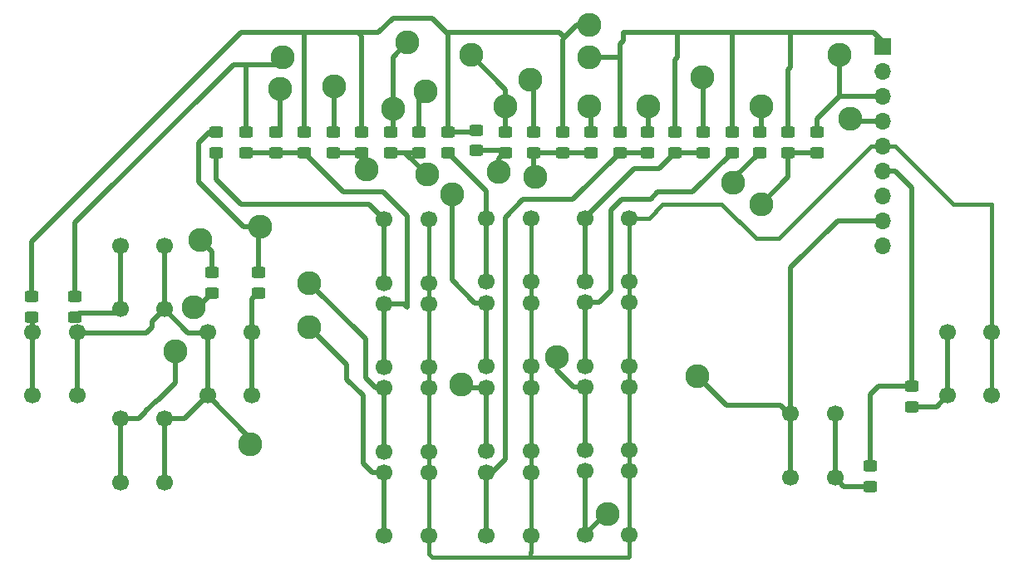
<source format=gtl>
G04 #@! TF.GenerationSoftware,KiCad,Pcbnew,8.0.3*
G04 #@! TF.CreationDate,2024-07-30T16:09:55+10:00*
G04 #@! TF.ProjectId,colecovision_controller,636f6c65-636f-4766-9973-696f6e5f636f,rev?*
G04 #@! TF.SameCoordinates,Original*
G04 #@! TF.FileFunction,Copper,L1,Top*
G04 #@! TF.FilePolarity,Positive*
%FSLAX46Y46*%
G04 Gerber Fmt 4.6, Leading zero omitted, Abs format (unit mm)*
G04 Created by KiCad (PCBNEW 8.0.3) date 2024-07-30 16:09:55*
%MOMM*%
%LPD*%
G01*
G04 APERTURE LIST*
G04 Aperture macros list*
%AMRoundRect*
0 Rectangle with rounded corners*
0 $1 Rounding radius*
0 $2 $3 $4 $5 $6 $7 $8 $9 X,Y pos of 4 corners*
0 Add a 4 corners polygon primitive as box body*
4,1,4,$2,$3,$4,$5,$6,$7,$8,$9,$2,$3,0*
0 Add four circle primitives for the rounded corners*
1,1,$1+$1,$2,$3*
1,1,$1+$1,$4,$5*
1,1,$1+$1,$6,$7*
1,1,$1+$1,$8,$9*
0 Add four rect primitives between the rounded corners*
20,1,$1+$1,$2,$3,$4,$5,0*
20,1,$1+$1,$4,$5,$6,$7,0*
20,1,$1+$1,$6,$7,$8,$9,0*
20,1,$1+$1,$8,$9,$2,$3,0*%
G04 Aperture macros list end*
G04 #@! TA.AperFunction,SMDPad,CuDef*
%ADD10RoundRect,0.250000X0.450000X-0.325000X0.450000X0.325000X-0.450000X0.325000X-0.450000X-0.325000X0*%
G04 #@! TD*
G04 #@! TA.AperFunction,ComponentPad*
%ADD11C,1.700000*%
G04 #@! TD*
G04 #@! TA.AperFunction,ComponentPad*
%ADD12R,1.700000X1.700000*%
G04 #@! TD*
G04 #@! TA.AperFunction,ComponentPad*
%ADD13O,1.700000X1.700000*%
G04 #@! TD*
G04 #@! TA.AperFunction,ViaPad*
%ADD14C,2.438400*%
G04 #@! TD*
G04 #@! TA.AperFunction,Conductor*
%ADD15C,0.533400*%
G04 #@! TD*
G04 #@! TA.AperFunction,Conductor*
%ADD16C,0.381000*%
G04 #@! TD*
G04 APERTURE END LIST*
D10*
X115189000Y-101200000D03*
X115189000Y-99150000D03*
X146177000Y-86877000D03*
X146177000Y-84827000D03*
X134493000Y-86877000D03*
X134493000Y-84827000D03*
X157607000Y-86877000D03*
X157607000Y-84827000D03*
X181737000Y-112785000D03*
X181737000Y-110735000D03*
X96520000Y-103641000D03*
X96520000Y-101591000D03*
X149098000Y-86877000D03*
X149098000Y-84827000D03*
X143256000Y-86877000D03*
X143256000Y-84827000D03*
X137384000Y-86700000D03*
X137384000Y-84650000D03*
X163449000Y-86877000D03*
X163449000Y-84827000D03*
X166243000Y-86877000D03*
X166243000Y-84827000D03*
X154813000Y-86877000D03*
X154813000Y-84827000D03*
X160528000Y-86877000D03*
X160528000Y-84827000D03*
X119888000Y-86877000D03*
X119888000Y-84827000D03*
X125730000Y-86877000D03*
X125730000Y-84827000D03*
X122809000Y-86877000D03*
X122809000Y-84827000D03*
X128651000Y-86877000D03*
X128651000Y-84827000D03*
X116967000Y-86877000D03*
X116967000Y-84827000D03*
X110871000Y-86877000D03*
X110871000Y-84827000D03*
X177546000Y-120913000D03*
X177546000Y-118863000D03*
X152019000Y-86877000D03*
X152019000Y-84827000D03*
X92075000Y-101591000D03*
X92075000Y-103641000D03*
X172085000Y-86877000D03*
X172085000Y-84827000D03*
X131572000Y-86877000D03*
X131572000Y-84827000D03*
X140335000Y-86877000D03*
X140335000Y-84827000D03*
X110490000Y-101200000D03*
X110490000Y-99150000D03*
D11*
X169418000Y-120015000D03*
X169418000Y-113515000D03*
X173918000Y-120015000D03*
X173918000Y-113515000D03*
X189865000Y-105172000D03*
X189865000Y-111672000D03*
X185365000Y-105172000D03*
X185365000Y-111672000D03*
X101128000Y-120523000D03*
X101128000Y-114023000D03*
X105628000Y-120523000D03*
X105628000Y-114023000D03*
X101128000Y-102870000D03*
X101128000Y-96370000D03*
X105628000Y-102870000D03*
X105628000Y-96370000D03*
X148463000Y-100076000D03*
X148463000Y-93576000D03*
X152963000Y-100076000D03*
X152963000Y-93576000D03*
X148463000Y-117263332D03*
X148463000Y-110763332D03*
X152963000Y-117263332D03*
X152963000Y-110763332D03*
X148463000Y-125857000D03*
X148463000Y-119357000D03*
X152963000Y-125857000D03*
X152963000Y-119357000D03*
X138430000Y-125984000D03*
X138430000Y-119484000D03*
X142930000Y-125984000D03*
X142930000Y-119484000D03*
X128016000Y-108796666D03*
X128016000Y-102296666D03*
X132516000Y-108796666D03*
X132516000Y-102296666D03*
X128016000Y-100203000D03*
X128016000Y-93703000D03*
X132516000Y-100203000D03*
X132516000Y-93703000D03*
X128016000Y-117390332D03*
X128016000Y-110890332D03*
X132516000Y-117390332D03*
X132516000Y-110890332D03*
X148463000Y-108669666D03*
X148463000Y-102169666D03*
X152963000Y-108669666D03*
X152963000Y-102169666D03*
X138430000Y-117348000D03*
X138430000Y-110848000D03*
X142930000Y-117348000D03*
X142930000Y-110848000D03*
D10*
X169164000Y-86877000D03*
X169164000Y-84827000D03*
D12*
X178816000Y-76073000D03*
D13*
X178816000Y-78613000D03*
X178816000Y-81153000D03*
X178816000Y-83693000D03*
X178816000Y-86233000D03*
X178816000Y-88773000D03*
X178816000Y-91313000D03*
X178816000Y-93853000D03*
X178816000Y-96393000D03*
D11*
X92202000Y-111672000D03*
X92202000Y-105172000D03*
X96702000Y-111672000D03*
X96702000Y-105172000D03*
X138430000Y-100076000D03*
X138430000Y-93576000D03*
X142930000Y-100076000D03*
X142930000Y-93576000D03*
X138430000Y-108712000D03*
X138430000Y-102212000D03*
X142930000Y-108712000D03*
X142930000Y-102212000D03*
X128016000Y-125984000D03*
X128016000Y-119484000D03*
X132516000Y-125984000D03*
X132516000Y-119484000D03*
X114554000Y-105172000D03*
X114554000Y-111672000D03*
X110054000Y-105172000D03*
X110054000Y-111672000D03*
D10*
X113919000Y-86877000D03*
X113919000Y-84827000D03*
D14*
X136884000Y-76952300D03*
X130384000Y-75675000D03*
X140384000Y-82175000D03*
X148884000Y-82175000D03*
X148884000Y-73894950D03*
X174384000Y-76948300D03*
X120384000Y-100175000D03*
X126193031Y-88580901D03*
X132365072Y-89159857D03*
X120384000Y-104675000D03*
X134884000Y-91175000D03*
X139694966Y-88864034D03*
X128884000Y-82448300D03*
X117367366Y-80391306D03*
X166384000Y-92175000D03*
X145609686Y-107722322D03*
X163563031Y-89977901D03*
X150765900Y-123774316D03*
X154884000Y-82175000D03*
X166384000Y-82175000D03*
X135884000Y-110521132D03*
X143384000Y-89398600D03*
X109276534Y-95782466D03*
X160384000Y-79175000D03*
X142884000Y-79448300D03*
X132219700Y-80675000D03*
X175491466Y-83426300D03*
X148884000Y-77175000D03*
X117614700Y-77175000D03*
X159884000Y-109675000D03*
X114384000Y-116675000D03*
X108621118Y-102648186D03*
X106705725Y-107119213D03*
X122884000Y-80175000D03*
X115384000Y-94448300D03*
D15*
X169224000Y-113515000D02*
X169418000Y-113515000D01*
X168384000Y-112675000D02*
X169224000Y-113515000D01*
X159884000Y-109675000D02*
X162884000Y-112675000D01*
X162884000Y-112675000D02*
X168384000Y-112675000D01*
X92075000Y-101591000D02*
X92075000Y-95984000D01*
X92075000Y-95984000D02*
X113380000Y-74679000D01*
X113380000Y-74679000D02*
X119888000Y-74679000D01*
X96520000Y-94039000D02*
X96520000Y-101591000D01*
X112657300Y-77901700D02*
X96520000Y-94039000D01*
X113884000Y-77901700D02*
X112657300Y-77901700D01*
X104940100Y-112118900D02*
X106705725Y-110353275D01*
X104839295Y-112118900D02*
X104940100Y-112118900D01*
X106705725Y-110353275D02*
X106705725Y-107119213D01*
X103723900Y-113234295D02*
X104839295Y-112118900D01*
X103723900Y-113335100D02*
X103723900Y-113234295D01*
X101128000Y-114023000D02*
X103036000Y-114023000D01*
X103036000Y-114023000D02*
X103723900Y-113335100D01*
X124205700Y-108496700D02*
X120384000Y-104675000D01*
X125884000Y-111675000D02*
X124205700Y-109996700D01*
X125884000Y-118554081D02*
X125884000Y-111675000D01*
X126813919Y-119484000D02*
X125884000Y-118554081D01*
X124205700Y-109996700D02*
X124205700Y-108496700D01*
X128016000Y-119484000D02*
X126813919Y-119484000D01*
X115189000Y-99150000D02*
X115189000Y-94643300D01*
X115189000Y-94643300D02*
X115384000Y-94448300D01*
X110171000Y-84827000D02*
X110871000Y-84827000D01*
X113919000Y-84827000D02*
X113919000Y-77936700D01*
X116888000Y-77901700D02*
X113884000Y-77901700D01*
X113919000Y-77936700D02*
X113884000Y-77901700D01*
X117614700Y-77175000D02*
X116888000Y-77901700D01*
X136884000Y-76952300D02*
X140384000Y-80452300D01*
X140384000Y-80452300D02*
X140384000Y-82175000D01*
X128884000Y-77175000D02*
X130384000Y-75675000D01*
X128884000Y-82448300D02*
X128884000Y-77175000D01*
X132880000Y-73175000D02*
X134493000Y-74788000D01*
X128884000Y-73175000D02*
X132880000Y-73175000D01*
X125384000Y-74679000D02*
X127380000Y-74679000D01*
X127380000Y-74679000D02*
X128884000Y-73175000D01*
X131572000Y-81322700D02*
X131572000Y-84827000D01*
X132219700Y-80675000D02*
X131572000Y-81322700D01*
X140384000Y-82175000D02*
X140384000Y-84778000D01*
X140384000Y-84778000D02*
X140335000Y-84827000D01*
X155977900Y-88506100D02*
X157607000Y-86877000D01*
X148463000Y-93515302D02*
X153472202Y-88506100D01*
X153472202Y-88506100D02*
X155977900Y-88506100D01*
X148463000Y-93576000D02*
X148463000Y-93515302D01*
X151058900Y-101000100D02*
X149889334Y-102169666D01*
X149889334Y-102169666D02*
X148463000Y-102169666D01*
X151058900Y-92787295D02*
X151058900Y-101000100D01*
X155126970Y-91671900D02*
X152174295Y-91671900D01*
X155868470Y-90930400D02*
X155126970Y-91671900D01*
X159395600Y-90930400D02*
X155868470Y-90930400D01*
X163449000Y-86877000D02*
X159395600Y-90930400D01*
X152174295Y-91671900D02*
X151058900Y-92787295D01*
X163449000Y-84827000D02*
X163449000Y-74740000D01*
X163384000Y-74675000D02*
X157884000Y-74675000D01*
X169384000Y-74675000D02*
X163384000Y-74675000D01*
X163449000Y-74740000D02*
X163384000Y-74675000D01*
X149098000Y-82389000D02*
X148884000Y-82175000D01*
X149098000Y-84827000D02*
X149098000Y-82389000D01*
X147664050Y-73894950D02*
X146384000Y-75175000D01*
X148884000Y-73894950D02*
X147664050Y-73894950D01*
X174406000Y-76970300D02*
X174384000Y-76948300D01*
X174406000Y-81153000D02*
X174406000Y-76970300D01*
X134493000Y-74788000D02*
X134384000Y-74679000D01*
X134384000Y-74679000D02*
X145888000Y-74679000D01*
X134493000Y-84827000D02*
X134493000Y-74788000D01*
X128016000Y-117390332D02*
X128016000Y-110890332D01*
X126111900Y-109902900D02*
X127099332Y-110890332D01*
X127099332Y-110890332D02*
X128016000Y-110890332D01*
X120384000Y-100175000D02*
X126111900Y-105902900D01*
X126111900Y-105902900D02*
X126111900Y-109902900D01*
X125730000Y-88117870D02*
X126193031Y-88580901D01*
X125730000Y-86877000D02*
X125730000Y-88117870D01*
X132365072Y-89159857D02*
X130082215Y-86877000D01*
X130082215Y-86877000D02*
X128651000Y-86877000D01*
X139694966Y-87517034D02*
X140335000Y-86877000D01*
X139694966Y-88864034D02*
X139694966Y-87517034D01*
X134884000Y-99868081D02*
X134884000Y-91175000D01*
X137227919Y-102212000D02*
X134884000Y-99868081D01*
X138430000Y-102212000D02*
X137227919Y-102212000D01*
X143256000Y-89270600D02*
X143256000Y-86877000D01*
X143384000Y-89398600D02*
X143256000Y-89270600D01*
X128884000Y-84594000D02*
X128651000Y-84827000D01*
X128884000Y-82448300D02*
X128884000Y-84594000D01*
X117367366Y-84426634D02*
X116967000Y-84827000D01*
X117367366Y-80391306D02*
X117367366Y-84426634D01*
X169164000Y-89395000D02*
X166384000Y-92175000D01*
X169164000Y-86877000D02*
X169164000Y-89395000D01*
D16*
X177613919Y-86233000D02*
X178816000Y-86233000D01*
X168171919Y-95675000D02*
X177613919Y-86233000D01*
X162384000Y-92175000D02*
X165884000Y-95675000D01*
X156384000Y-92175000D02*
X162384000Y-92175000D01*
X154983000Y-93576000D02*
X156384000Y-92175000D01*
X165884000Y-95675000D02*
X168171919Y-95675000D01*
X152963000Y-93576000D02*
X154983000Y-93576000D01*
D15*
X147260919Y-110763332D02*
X148463000Y-110763332D01*
X145609686Y-109112099D02*
X147260919Y-110763332D01*
X145609686Y-107722322D02*
X145609686Y-109112099D01*
X163563031Y-89556969D02*
X163563031Y-89977901D01*
X163664500Y-89455500D02*
X163563031Y-89556969D01*
X166243000Y-86877000D02*
X163664500Y-89455500D01*
X150765900Y-123774316D02*
X150545684Y-123774316D01*
X150545684Y-123774316D02*
X148463000Y-125857000D01*
X172085000Y-86877000D02*
X169164000Y-86877000D01*
X154884000Y-82175000D02*
X154884000Y-84756000D01*
X154884000Y-84756000D02*
X154813000Y-84827000D01*
X166384000Y-84686000D02*
X166243000Y-84827000D01*
X166384000Y-82175000D02*
X166384000Y-84686000D01*
X135884000Y-110521132D02*
X136210868Y-110848000D01*
X136210868Y-110848000D02*
X138430000Y-110848000D01*
X142141295Y-91671900D02*
X140334100Y-93479095D01*
X140334100Y-93479095D02*
X140334100Y-118136705D01*
X147224100Y-91671900D02*
X142141295Y-91671900D01*
X138986805Y-119484000D02*
X138430000Y-119484000D01*
X152019000Y-86877000D02*
X147224100Y-91671900D01*
X140334100Y-118136705D02*
X138986805Y-119484000D01*
X148463000Y-108669666D02*
X148463000Y-102169666D01*
X148463000Y-93576000D02*
X148463000Y-100076000D01*
X110490000Y-96995932D02*
X109276534Y-95782466D01*
X110490000Y-99150000D02*
X110490000Y-96995932D01*
X160528000Y-79319000D02*
X160384000Y-79175000D01*
X160528000Y-84827000D02*
X160528000Y-79319000D01*
X143256000Y-79820300D02*
X142884000Y-79448300D01*
X143256000Y-84827000D02*
X143256000Y-79820300D01*
X175758166Y-83693000D02*
X175491466Y-83426300D01*
X178816000Y-83693000D02*
X175758166Y-83693000D01*
X138430000Y-93576000D02*
X138430000Y-100076000D01*
X137384000Y-86700000D02*
X140158000Y-86700000D01*
X140158000Y-86700000D02*
X140335000Y-86877000D01*
X138430000Y-90814000D02*
X134493000Y-86877000D01*
X138430000Y-93576000D02*
X138430000Y-90814000D01*
X148884000Y-77175000D02*
X152019000Y-77175000D01*
X152019000Y-77175000D02*
X152019000Y-84827000D01*
X152019000Y-75810000D02*
X152019000Y-77175000D01*
X114384000Y-116002000D02*
X110054000Y-111672000D01*
X114384000Y-116675000D02*
X114384000Y-116002000D01*
X174406000Y-81153000D02*
X172085000Y-83474000D01*
X178816000Y-81153000D02*
X174406000Y-81153000D01*
X172085000Y-83474000D02*
X172085000Y-84827000D01*
X152384000Y-75445000D02*
X152019000Y-75810000D01*
X152384000Y-74675000D02*
X152384000Y-75445000D01*
X157884000Y-74675000D02*
X152384000Y-74675000D01*
X157884000Y-77175000D02*
X157607000Y-77452000D01*
X157884000Y-74675000D02*
X157884000Y-77175000D01*
X169384000Y-74675000D02*
X169384000Y-78235000D01*
X177884000Y-74675000D02*
X169384000Y-74675000D01*
X178816000Y-75607000D02*
X177884000Y-74675000D01*
X169384000Y-78235000D02*
X169164000Y-78455000D01*
X178816000Y-76073000D02*
X178816000Y-75607000D01*
X134493000Y-84827000D02*
X137207000Y-84827000D01*
X137207000Y-84827000D02*
X137384000Y-84650000D01*
X125730000Y-84827000D02*
X125730000Y-75025000D01*
X125730000Y-75025000D02*
X125384000Y-74679000D01*
X119888000Y-74679000D02*
X125384000Y-74679000D01*
X146177000Y-75382000D02*
X146177000Y-84827000D01*
X146384000Y-75175000D02*
X146177000Y-75382000D01*
X145888000Y-74679000D02*
X146384000Y-75175000D01*
X119888000Y-74679000D02*
X119888000Y-84827000D01*
D16*
X152963000Y-128096000D02*
X152963000Y-125857000D01*
X152884000Y-128175000D02*
X152963000Y-128096000D01*
X142884000Y-128175000D02*
X152884000Y-128175000D01*
X142930000Y-127629000D02*
X142930000Y-125984000D01*
X142884000Y-127675000D02*
X142930000Y-127629000D01*
X132884000Y-128175000D02*
X142884000Y-128175000D01*
X142884000Y-128175000D02*
X142884000Y-127675000D01*
X132516000Y-127807000D02*
X132884000Y-128175000D01*
X132516000Y-125984000D02*
X132516000Y-127807000D01*
D15*
X174206000Y-93853000D02*
X178816000Y-93853000D01*
X169418000Y-98641000D02*
X174206000Y-93853000D01*
X169418000Y-113515000D02*
X169418000Y-98641000D01*
X169418000Y-120015000D02*
X169418000Y-113515000D01*
X173918000Y-113515000D02*
X173918000Y-120015000D01*
X177546000Y-120913000D02*
X174816000Y-120913000D01*
X174816000Y-120913000D02*
X173918000Y-120015000D01*
X179444000Y-110735000D02*
X181737000Y-110735000D01*
X178384000Y-110675000D02*
X179384000Y-110675000D01*
X177546000Y-111513000D02*
X178384000Y-110675000D01*
X179384000Y-110675000D02*
X179444000Y-110735000D01*
X177546000Y-118863000D02*
X177546000Y-111513000D01*
X180018081Y-88773000D02*
X178816000Y-88773000D01*
X181737000Y-90491919D02*
X180018081Y-88773000D01*
X181737000Y-110735000D02*
X181737000Y-90491919D01*
X185365000Y-111672000D02*
X184252000Y-112785000D01*
X184252000Y-112785000D02*
X181737000Y-112785000D01*
X185365000Y-105172000D02*
X185365000Y-111672000D01*
D16*
X189865000Y-105172000D02*
X189865000Y-111672000D01*
X189865000Y-93194000D02*
X189865000Y-105172000D01*
X189884000Y-92175000D02*
X189884000Y-93175000D01*
X185960081Y-92175000D02*
X189884000Y-92175000D01*
X189884000Y-93175000D02*
X189865000Y-93194000D01*
X180018081Y-86233000D02*
X185960081Y-92175000D01*
X178816000Y-86233000D02*
X180018081Y-86233000D01*
D15*
X160528000Y-86877000D02*
X157607000Y-86877000D01*
X154813000Y-86877000D02*
X152019000Y-86877000D01*
X143256000Y-86877000D02*
X149098000Y-86877000D01*
X131572000Y-86877000D02*
X128651000Y-86877000D01*
X122809000Y-86877000D02*
X125730000Y-86877000D01*
X130384000Y-93378195D02*
X130384000Y-102675000D01*
X127860005Y-90854200D02*
X130384000Y-93378195D01*
X130384000Y-102675000D02*
X130005666Y-102296666D01*
X130005666Y-102296666D02*
X128016000Y-102296666D01*
X123865200Y-90854200D02*
X127860005Y-90854200D01*
X119888000Y-86877000D02*
X123865200Y-90854200D01*
X116967000Y-86877000D02*
X119888000Y-86877000D01*
X113919000Y-86877000D02*
X116967000Y-86877000D01*
X110871000Y-89662000D02*
X110871000Y-86877000D01*
X113384000Y-92175000D02*
X110871000Y-89662000D01*
X126488000Y-92175000D02*
X113384000Y-92175000D01*
X128016000Y-93703000D02*
X126488000Y-92175000D01*
X128016000Y-100203000D02*
X128016000Y-93703000D01*
X128016000Y-108796666D02*
X128016000Y-102296666D01*
D16*
X152963000Y-100076000D02*
X152963000Y-93576000D01*
X142930000Y-93576000D02*
X142930000Y-100076000D01*
X142930000Y-102212000D02*
X142930000Y-100076000D01*
D15*
X138430000Y-108712000D02*
X138430000Y-102212000D01*
X138430000Y-117348000D02*
X138430000Y-110848000D01*
D16*
X152963000Y-102169666D02*
X152963000Y-100076000D01*
X152963000Y-108669666D02*
X152963000Y-102169666D01*
X152963000Y-110763332D02*
X152963000Y-108669666D01*
D15*
X148463000Y-117263332D02*
X148463000Y-110763332D01*
D16*
X152963000Y-117263332D02*
X152963000Y-110763332D01*
X152963000Y-119357000D02*
X152963000Y-117263332D01*
X152963000Y-125857000D02*
X152963000Y-119357000D01*
D15*
X148463000Y-125857000D02*
X148463000Y-119357000D01*
D16*
X142930000Y-125984000D02*
X142930000Y-119484000D01*
D15*
X138430000Y-125984000D02*
X138430000Y-119484000D01*
D16*
X142930000Y-108712000D02*
X142930000Y-102212000D01*
X142930000Y-110848000D02*
X142930000Y-108712000D01*
X142930000Y-117348000D02*
X142930000Y-110848000D01*
X142930000Y-119484000D02*
X142930000Y-117348000D01*
X132516000Y-100203000D02*
X132516000Y-93703000D01*
X132516000Y-102296666D02*
X132516000Y-100203000D01*
X132516000Y-110890332D02*
X132516000Y-108796666D01*
X132516000Y-108796666D02*
X132516000Y-102296666D01*
X132516000Y-117390332D02*
X132516000Y-110890332D01*
X132516000Y-119484000D02*
X132516000Y-117390332D01*
X132516000Y-125984000D02*
X132516000Y-119484000D01*
D15*
X128016000Y-125984000D02*
X128016000Y-119484000D01*
X114554000Y-101835000D02*
X115189000Y-101200000D01*
X114554000Y-105172000D02*
X114554000Y-101835000D01*
X109041814Y-102648186D02*
X110490000Y-101200000D01*
X108621118Y-102648186D02*
X109041814Y-102648186D01*
X114554000Y-111672000D02*
X114554000Y-105172000D01*
X110054000Y-111672000D02*
X110054000Y-105270100D01*
X107703000Y-114023000D02*
X110054000Y-111672000D01*
X105628000Y-114023000D02*
X107703000Y-114023000D01*
X105628000Y-120523000D02*
X105628000Y-114023000D01*
X101128000Y-120523000D02*
X101128000Y-114023000D01*
X101128000Y-102870000D02*
X101128000Y-96370000D01*
X105628000Y-96370000D02*
X105628000Y-102870000D01*
X108028100Y-105270100D02*
X110054000Y-105270100D01*
X105628000Y-102870000D02*
X108028100Y-105270100D01*
X103788900Y-105270100D02*
X96702000Y-105270100D01*
X104384000Y-104675000D02*
X103788900Y-105270100D01*
X104384000Y-104114000D02*
X104384000Y-104675000D01*
X105628000Y-102870000D02*
X104384000Y-104114000D01*
X100730100Y-103267900D02*
X96893100Y-103267900D01*
X101128000Y-102870000D02*
X100730100Y-103267900D01*
X96702000Y-111672000D02*
X96702000Y-105270100D01*
X92202000Y-111672000D02*
X92202000Y-105172000D01*
X122884000Y-84752000D02*
X122809000Y-84827000D01*
X122884000Y-80175000D02*
X122884000Y-84752000D01*
X169164000Y-78455000D02*
X169164000Y-84827000D01*
X157607000Y-77452000D02*
X157607000Y-84827000D01*
X92202000Y-103768000D02*
X92075000Y-103641000D01*
X92202000Y-105172000D02*
X92202000Y-103768000D01*
X109116900Y-85881100D02*
X110171000Y-84827000D01*
X109116900Y-89907900D02*
X109116900Y-85881100D01*
X113657300Y-94448300D02*
X109116900Y-89907900D01*
X115384000Y-94448300D02*
X113657300Y-94448300D01*
M02*

</source>
